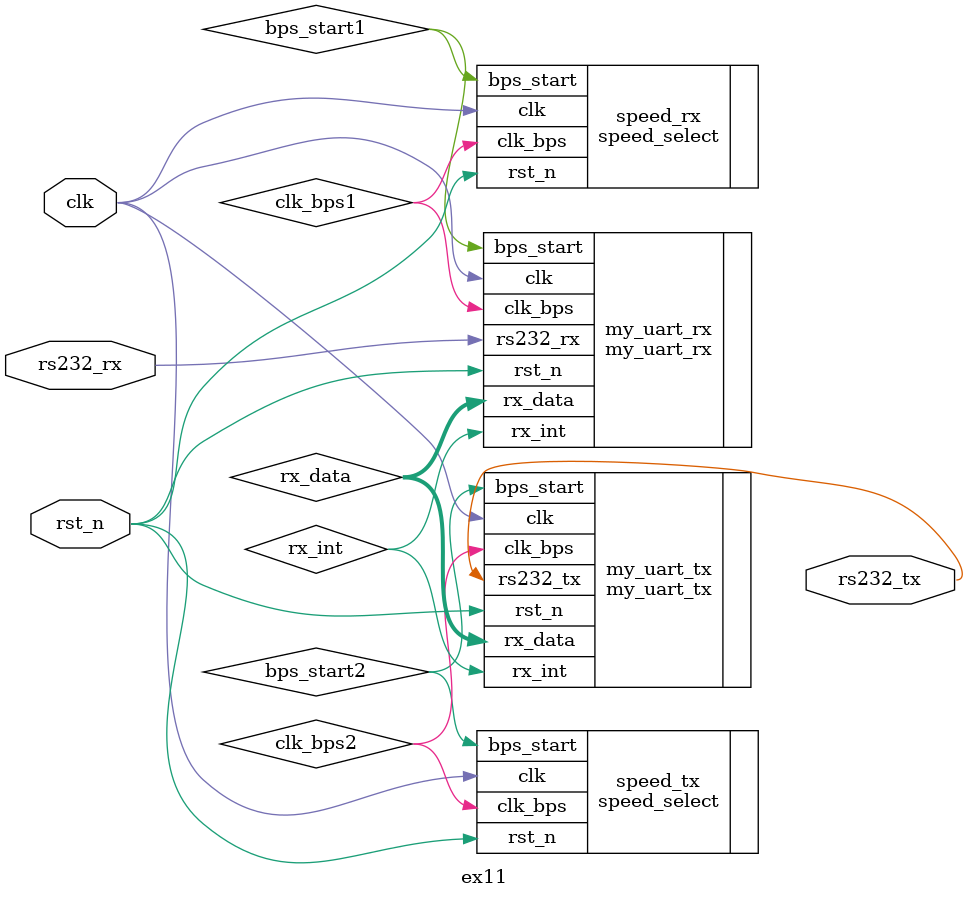
<source format=v>

module ex11(
				clk,rst_n,
				rs232_rx,rs232_tx
				);

input clk;			// 25MHzÖ÷Ê±ÖÓ
input rst_n;		//µÍµçÆ½¸´Î»ÐÅºÅ

input rs232_rx;		// RS232½ÓÊÕÊý¾ÝÐÅºÅ
output rs232_tx;	// RS232·¢ËÍÊý¾ÝÐÅºÅ

//----------------------------------------------------
wire bps_start1,bps_start2;	//½ÓÊÕµ½Êý¾Ýºó£¬²¨ÌØÂÊÊ±ÖÓÆô¶¯ÐÅºÅÖÃÎ»
wire clk_bps1,clk_bps2;		// clk_bps_r¸ßµçÆ½Îª½ÓÊÕÊý¾ÝÎ»µÄÖÐ¼ä²ÉÑùµã,Í¬Ê±Ò²×÷Îª·¢ËÍÊý¾ÝµÄÊý¾Ý¸Ä±äµã 
wire[7:0] rx_data;	//½ÓÊÕÊý¾Ý¼Ä´æÆ÷£¬±£´æÖ±ÖÁÏÂÒ»¸öÊý¾ÝÀ´µ½
wire rx_int;		//½ÓÊÕÊý¾ÝÖÐ¶ÏÐÅºÅ,½ÓÊÕµ½Êý¾ÝÆÚ¼äÊ¼ÖÕÎª¸ßµçÆ½

//----------------------------------------------------
//ÏÂÃæµÄËÄ¸öÄ£¿éÖÐ£¬speed_rxºÍspeed_txÊÇÁ½¸öÍêÈ«¶ÀÁ¢µÄÓ²¼þÄ£¿é£¬¿É³ÆÖ®ÎªÂß¼­¸´ÖÆ
//£¨²»ÊÇ×ÊÔ´¹²Ïí£¬ºÍÈí¼þÖÐµÄÍ¬Ò»¸ö×Ó³ÌÐòµ÷ÓÃ²»ÄÜ»ìÎªÒ»Ì¸£©
////////////////////////////////////////////
speed_select		speed_rx(	
							.clk(clk),	//²¨ÌØÂÊÑ¡ÔñÄ£¿é
							.rst_n(rst_n),
							.bps_start(bps_start1),
							.clk_bps(clk_bps1)
						);

my_uart_rx			my_uart_rx(		
							.clk(clk),	//½ÓÊÕÊý¾ÝÄ£¿é
							.rst_n(rst_n),
							.rs232_rx(rs232_rx),
							.rx_data(rx_data),
							.rx_int(rx_int),
							.clk_bps(clk_bps1),
							.bps_start(bps_start1)
						);

///////////////////////////////////////////						
speed_select		speed_tx(	
							.clk(clk),	//²¨ÌØÂÊÑ¡ÔñÄ£¿é
							.rst_n(rst_n),
							.bps_start(bps_start2),
							.clk_bps(clk_bps2)
						);

my_uart_tx			my_uart_tx(		
							.clk(clk),	//·¢ËÍÊý¾ÝÄ£¿é
							.rst_n(rst_n),
							.rx_data(rx_data),
							.rx_int(rx_int),
							.rs232_tx(rs232_tx),
							.clk_bps(clk_bps2),
							.bps_start(bps_start2)
						);

endmodule

</source>
